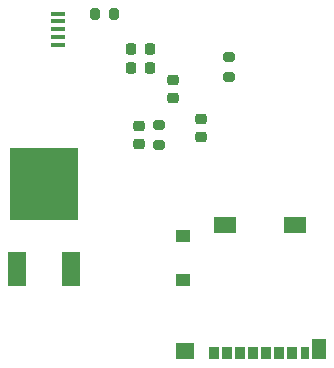
<source format=gbr>
%TF.GenerationSoftware,KiCad,Pcbnew,6.0.5-a6ca702e91~116~ubuntu20.04.1*%
%TF.CreationDate,2022-07-26T15:57:37+01:00*%
%TF.ProjectId,sd-mux,73642d6d-7578-42e6-9b69-6361645f7063,rev?*%
%TF.SameCoordinates,Original*%
%TF.FileFunction,Paste,Bot*%
%TF.FilePolarity,Positive*%
%FSLAX46Y46*%
G04 Gerber Fmt 4.6, Leading zero omitted, Abs format (unit mm)*
G04 Created by KiCad (PCBNEW 6.0.5-a6ca702e91~116~ubuntu20.04.1) date 2022-07-26 15:57:37*
%MOMM*%
%LPD*%
G01*
G04 APERTURE LIST*
G04 Aperture macros list*
%AMRoundRect*
0 Rectangle with rounded corners*
0 $1 Rounding radius*
0 $2 $3 $4 $5 $6 $7 $8 $9 X,Y pos of 4 corners*
0 Add a 4 corners polygon primitive as box body*
4,1,4,$2,$3,$4,$5,$6,$7,$8,$9,$2,$3,0*
0 Add four circle primitives for the rounded corners*
1,1,$1+$1,$2,$3*
1,1,$1+$1,$4,$5*
1,1,$1+$1,$6,$7*
1,1,$1+$1,$8,$9*
0 Add four rect primitives between the rounded corners*
20,1,$1+$1,$2,$3,$4,$5,0*
20,1,$1+$1,$4,$5,$6,$7,0*
20,1,$1+$1,$6,$7,$8,$9,0*
20,1,$1+$1,$8,$9,$2,$3,0*%
G04 Aperture macros list end*
%ADD10RoundRect,0.200000X0.275000X-0.200000X0.275000X0.200000X-0.275000X0.200000X-0.275000X-0.200000X0*%
%ADD11RoundRect,0.200000X-0.200000X-0.275000X0.200000X-0.275000X0.200000X0.275000X-0.200000X0.275000X0*%
%ADD12RoundRect,0.225000X-0.250000X0.225000X-0.250000X-0.225000X0.250000X-0.225000X0.250000X0.225000X0*%
%ADD13RoundRect,0.225000X-0.225000X-0.250000X0.225000X-0.250000X0.225000X0.250000X-0.225000X0.250000X0*%
%ADD14RoundRect,0.225000X0.250000X-0.225000X0.250000X0.225000X-0.250000X0.225000X-0.250000X-0.225000X0*%
%ADD15R,1.300000X0.450000*%
%ADD16R,0.850000X1.100000*%
%ADD17R,0.750000X1.100000*%
%ADD18R,1.200000X1.000000*%
%ADD19R,1.900000X1.350000*%
%ADD20R,1.170000X1.800000*%
%ADD21R,1.550000X1.350000*%
%ADD22R,1.600000X3.000000*%
%ADD23R,5.800000X6.200000*%
G04 APERTURE END LIST*
D10*
%TO.C,R16*%
X194525000Y-97800000D03*
X194525000Y-96150000D03*
%TD*%
%TO.C,FB3*%
X188600000Y-103525000D03*
X188600000Y-101875000D03*
%TD*%
D11*
%TO.C,FB1*%
X183172600Y-92500000D03*
X184822600Y-92500000D03*
%TD*%
D12*
%TO.C,C5*%
X192125000Y-102875000D03*
X192125000Y-101325000D03*
%TD*%
D13*
%TO.C,C16*%
X186250000Y-95400000D03*
X187800000Y-95400000D03*
%TD*%
%TO.C,C6*%
X186250000Y-97075000D03*
X187800000Y-97075000D03*
%TD*%
D12*
%TO.C,C19*%
X186925000Y-101925000D03*
X186925000Y-103475000D03*
%TD*%
D14*
%TO.C,C11*%
X189750000Y-98025000D03*
X189750000Y-99575000D03*
%TD*%
D15*
%TO.C,J1*%
X180055000Y-95055000D03*
X180055000Y-94405000D03*
X180055000Y-93755000D03*
X180055000Y-93105000D03*
X180055000Y-92455000D03*
%TD*%
D16*
%TO.C,J2*%
X193295000Y-121150000D03*
X194395000Y-121150000D03*
X195495000Y-121150000D03*
X196595000Y-121150000D03*
X197695000Y-121150000D03*
X198795000Y-121150000D03*
X199895000Y-121150000D03*
D17*
X200945000Y-121150000D03*
D18*
X190660000Y-115000000D03*
X190660000Y-111300000D03*
D19*
X194160000Y-110325000D03*
X200130000Y-110325000D03*
D20*
X202155000Y-120800000D03*
D21*
X190835000Y-121025000D03*
%TD*%
D22*
%TO.C,U2*%
X181185000Y-114020000D03*
D23*
X178900000Y-106840000D03*
D22*
X176615000Y-114020000D03*
%TD*%
M02*

</source>
